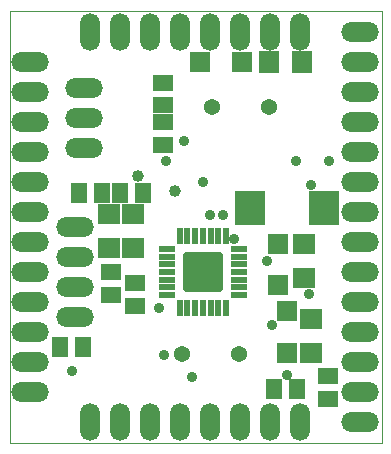
<source format=gts>
%FSLAX44Y44*%
%MOMM*%
G71*
G01*
G75*
G04 Layer_Color=8388736*
%ADD10C,0.2540*%
G04:AMPARAMS|DCode=11|XSize=1.27mm|YSize=0.3556mm|CornerRadius=0.0356mm|HoleSize=0mm|Usage=FLASHONLY|Rotation=270.000|XOffset=0mm|YOffset=0mm|HoleType=Round|Shape=RoundedRectangle|*
%AMROUNDEDRECTD11*
21,1,1.2700,0.2845,0,0,270.0*
21,1,1.1989,0.3556,0,0,270.0*
1,1,0.0711,-0.1422,-0.5994*
1,1,0.0711,-0.1422,0.5994*
1,1,0.0711,0.1422,0.5994*
1,1,0.0711,0.1422,-0.5994*
%
%ADD11ROUNDEDRECTD11*%
G04:AMPARAMS|DCode=12|XSize=0.3556mm|YSize=1.27mm|CornerRadius=0.0356mm|HoleSize=0mm|Usage=FLASHONLY|Rotation=270.000|XOffset=0mm|YOffset=0mm|HoleType=Round|Shape=RoundedRectangle|*
%AMROUNDEDRECTD12*
21,1,0.3556,1.1989,0,0,270.0*
21,1,0.2845,1.2700,0,0,270.0*
1,1,0.0711,-0.5994,-0.1422*
1,1,0.0711,-0.5994,0.1422*
1,1,0.0711,0.5994,0.1422*
1,1,0.0711,0.5994,-0.1422*
%
%ADD12ROUNDEDRECTD12*%
G04:AMPARAMS|DCode=13|XSize=3.302mm|YSize=3.302mm|CornerRadius=0.3302mm|HoleSize=0mm|Usage=FLASHONLY|Rotation=270.000|XOffset=0mm|YOffset=0mm|HoleType=Round|Shape=RoundedRectangle|*
%AMROUNDEDRECTD13*
21,1,3.3020,2.6416,0,0,270.0*
21,1,2.6416,3.3020,0,0,270.0*
1,1,0.6604,-1.3208,-1.3208*
1,1,0.6604,-1.3208,1.3208*
1,1,0.6604,1.3208,1.3208*
1,1,0.6604,1.3208,-1.3208*
%
%ADD13ROUNDEDRECTD13*%
%ADD14R,1.5240X1.3208*%
%ADD15R,2.4130X2.8194*%
%ADD16R,1.8034X1.6002*%
%ADD17R,1.5240X1.5240*%
%ADD18R,1.3208X1.5240*%
%ADD19R,1.5240X1.5240*%
%ADD20R,1.6002X1.8034*%
%ADD21C,0.6096*%
%ADD22C,0.4064*%
%ADD23C,0.3048*%
%ADD24C,0.0864*%
%ADD25C,0.0500*%
%ADD26C,1.2192*%
%ADD27O,3.0480X1.5240*%
%ADD28O,1.5240X3.0480*%
%ADD29C,0.7580*%
%ADD30C,0.8596*%
%ADD31R,0.5080X1.5240*%
%ADD32R,1.5240X0.5080*%
%ADD33C,0.1524*%
%ADD34C,0.1270*%
%ADD35C,0.2032*%
%ADD36R,0.3250X0.4318*%
%ADD37R,0.3302X0.4318*%
%ADD38R,0.3528X0.3556*%
%ADD39R,0.4318X0.3250*%
%ADD40R,0.4318X0.3302*%
%ADD41R,0.3556X0.3528*%
G04:AMPARAMS|DCode=42|XSize=1.42mm|YSize=0.5056mm|CornerRadius=0.1106mm|HoleSize=0mm|Usage=FLASHONLY|Rotation=270.000|XOffset=0mm|YOffset=0mm|HoleType=Round|Shape=RoundedRectangle|*
%AMROUNDEDRECTD42*
21,1,1.4200,0.2845,0,0,270.0*
21,1,1.1989,0.5056,0,0,270.0*
1,1,0.2211,-0.1422,-0.5994*
1,1,0.2211,-0.1422,0.5994*
1,1,0.2211,0.1422,0.5994*
1,1,0.2211,0.1422,-0.5994*
%
%ADD42ROUNDEDRECTD42*%
G04:AMPARAMS|DCode=43|XSize=0.5056mm|YSize=1.42mm|CornerRadius=0.1106mm|HoleSize=0mm|Usage=FLASHONLY|Rotation=270.000|XOffset=0mm|YOffset=0mm|HoleType=Round|Shape=RoundedRectangle|*
%AMROUNDEDRECTD43*
21,1,0.5056,1.1989,0,0,270.0*
21,1,0.2845,1.4200,0,0,270.0*
1,1,0.2211,-0.5994,-0.1422*
1,1,0.2211,-0.5994,0.1422*
1,1,0.2211,0.5994,0.1422*
1,1,0.2211,0.5994,-0.1422*
%
%ADD43ROUNDEDRECTD43*%
G04:AMPARAMS|DCode=44|XSize=3.452mm|YSize=3.452mm|CornerRadius=0.4052mm|HoleSize=0mm|Usage=FLASHONLY|Rotation=270.000|XOffset=0mm|YOffset=0mm|HoleType=Round|Shape=RoundedRectangle|*
%AMROUNDEDRECTD44*
21,1,3.4520,2.6416,0,0,270.0*
21,1,2.6416,3.4520,0,0,270.0*
1,1,0.8104,-1.3208,-1.3208*
1,1,0.8104,-1.3208,1.3208*
1,1,0.8104,1.3208,1.3208*
1,1,0.8104,1.3208,-1.3208*
%
%ADD44ROUNDEDRECTD44*%
%ADD45R,1.6740X1.4708*%
%ADD46R,2.5630X2.9694*%
%ADD47R,1.9534X1.7502*%
%ADD48R,1.6740X1.6740*%
%ADD49R,1.4708X1.6740*%
%ADD50R,1.6740X1.6740*%
%ADD51R,1.7502X1.9534*%
%ADD52C,1.3692*%
%ADD53O,3.1980X1.6740*%
%ADD54O,1.6740X3.1980*%
%ADD55C,0.9080*%
%ADD56C,1.0096*%
D25*
X0Y365506D02*
X314960D01*
X0Y0D02*
X314960D01*
X0D02*
X314960D01*
Y365506D01*
X0D02*
X314960D01*
X0Y0D02*
Y365506D01*
D42*
X183134Y174780D02*
D03*
X176784D02*
D03*
X170180D02*
D03*
X163576D02*
D03*
X157076D02*
D03*
X150576D02*
D03*
X144076D02*
D03*
Y114554D02*
D03*
X150576D02*
D03*
X157076D02*
D03*
X163576D02*
D03*
X170180D02*
D03*
X176784D02*
D03*
X183134D02*
D03*
D43*
X133576Y164280D02*
D03*
Y157780D02*
D03*
Y151280D02*
D03*
Y144780D02*
D03*
Y138176D02*
D03*
Y131572D02*
D03*
Y125222D02*
D03*
X193802D02*
D03*
Y131572D02*
D03*
Y138176D02*
D03*
Y144780D02*
D03*
Y151280D02*
D03*
Y157780D02*
D03*
Y164280D02*
D03*
D44*
X163576Y144780D02*
D03*
D45*
X130048Y304902D02*
D03*
Y285750D02*
D03*
Y252628D02*
D03*
Y271780D02*
D03*
X106426Y135230D02*
D03*
Y116078D02*
D03*
X85598Y144628D02*
D03*
Y125476D02*
D03*
X269240Y37236D02*
D03*
Y56388D02*
D03*
D46*
X203196Y198882D02*
D03*
X266446D02*
D03*
D47*
X104648Y165354D02*
D03*
Y193798D02*
D03*
X249174Y168402D02*
D03*
Y139958D02*
D03*
X255524Y76454D02*
D03*
Y104898D02*
D03*
X84074Y193802D02*
D03*
Y165358D02*
D03*
D48*
X227076Y168656D02*
D03*
Y133630D02*
D03*
X234696Y76454D02*
D03*
Y111480D02*
D03*
D49*
X58826Y211328D02*
D03*
X77978D02*
D03*
X93624D02*
D03*
X112776D02*
D03*
X61824Y81280D02*
D03*
X42672D02*
D03*
X242926Y45212D02*
D03*
X223774D02*
D03*
D50*
X196596Y322072D02*
D03*
X161570D02*
D03*
D51*
X247650D02*
D03*
X219206D02*
D03*
D52*
X219456Y284480D02*
D03*
X171196D02*
D03*
X145796Y74930D02*
D03*
X194056D02*
D03*
D53*
X62738Y300228D02*
D03*
Y274828D02*
D03*
Y249428D02*
D03*
X55626Y106680D02*
D03*
Y132080D02*
D03*
Y157480D02*
D03*
Y182880D02*
D03*
X17526Y43180D02*
D03*
Y68580D02*
D03*
Y93980D02*
D03*
Y119380D02*
D03*
Y144780D02*
D03*
Y170180D02*
D03*
Y195580D02*
D03*
Y220980D02*
D03*
Y246380D02*
D03*
Y271780D02*
D03*
Y297180D02*
D03*
Y322580D02*
D03*
X296926Y17780D02*
D03*
Y43180D02*
D03*
Y68580D02*
D03*
Y93980D02*
D03*
Y119380D02*
D03*
Y144780D02*
D03*
Y170180D02*
D03*
Y195580D02*
D03*
Y220980D02*
D03*
Y246380D02*
D03*
Y271780D02*
D03*
Y297180D02*
D03*
Y322580D02*
D03*
Y347980D02*
D03*
D54*
X68326Y17780D02*
D03*
X93726D02*
D03*
X119126D02*
D03*
X144526D02*
D03*
X169926D02*
D03*
X195326D02*
D03*
X220726D02*
D03*
X246126D02*
D03*
X68326Y347980D02*
D03*
X93726D02*
D03*
X119126D02*
D03*
X144526D02*
D03*
X169926D02*
D03*
X195326D02*
D03*
X220726D02*
D03*
X246126D02*
D03*
D55*
X53086Y60706D02*
D03*
X255270Y217932D02*
D03*
X126238Y113792D02*
D03*
X253746Y126238D02*
D03*
X130810Y74676D02*
D03*
X222504Y99568D02*
D03*
X154178Y56134D02*
D03*
X234950Y57658D02*
D03*
X147574Y255778D02*
D03*
X163576Y220980D02*
D03*
X169672Y193040D02*
D03*
X132334Y238252D02*
D03*
X189992Y172720D02*
D03*
X180594Y193040D02*
D03*
X217932Y154178D02*
D03*
X242824Y238252D02*
D03*
X270764D02*
D03*
D56*
X140208Y213360D02*
D03*
X108966Y225806D02*
D03*
M02*

</source>
